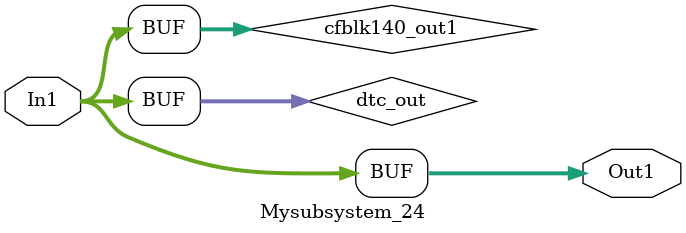
<source format=v>



`timescale 1 ns / 1 ns

module Mysubsystem_24
          (In1,
           Out1);


  input   [7:0] In1;  // uint8
  output  [7:0] Out1;  // uint8


  wire [7:0] dtc_out;  // ufix8
  wire [7:0] cfblk140_out1;  // uint8


  assign dtc_out = In1;



  assign cfblk140_out1 = dtc_out;



  assign Out1 = cfblk140_out1;

endmodule  // Mysubsystem_24


</source>
